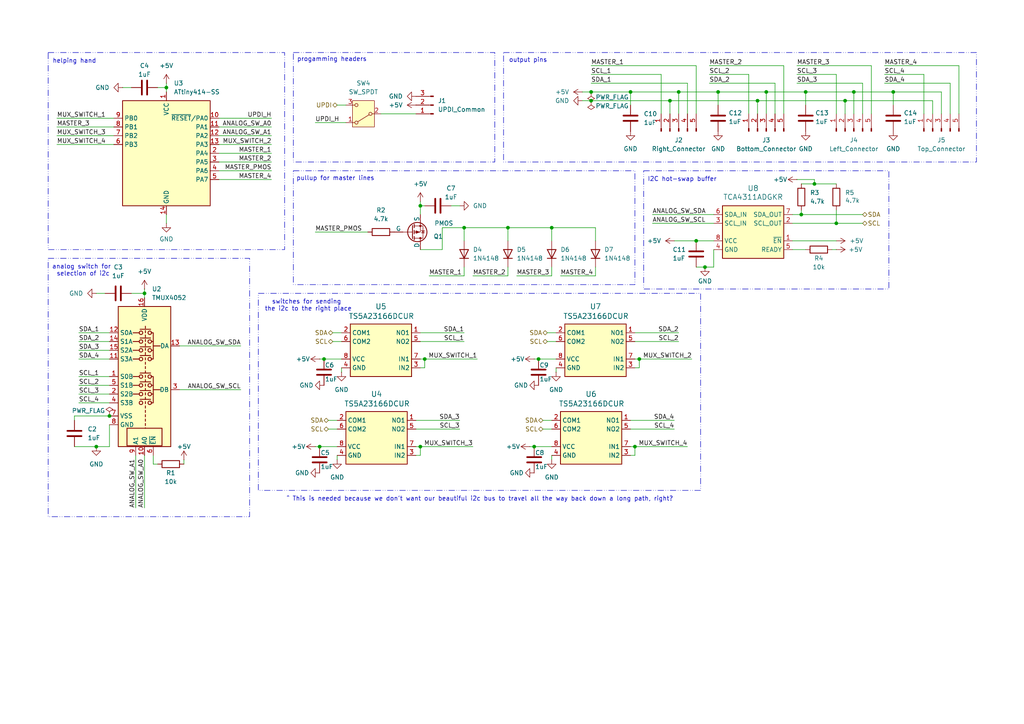
<source format=kicad_sch>
(kicad_sch (version 20250114) (generator "eeschema") (generator_version "9.0")
  (paper "A4")
  (title_block (title "Moonpad Modules") (date "2025-07-05") (rev "1") (company "moonbeeper"))
  (lib_symbols
    (symbol "Connector:Conn_01x03_Pin" (pin_names (offset 1.016) (hide yes))
      (property "Reference" "J" (at 0 5.08 0))
      (property "Value" "Conn_01x03_Pin" (at 0 -5.08 0))
      (symbol "Conn_01x03_Pin_1_1"
        (pin passive line (at 5.08 2.54 180) (length 3.81) (name "Pin_1") (number "1"))
        (pin passive line (at 5.08 0 180) (length 3.81) (name "Pin_2") (number "2"))
        (pin passive line (at 5.08 -2.54 180) (length 3.81) (name "Pin_3") (number "3"))
      )
    )
    (symbol "Connector:Conn_01x05_Pin" (pin_names (offset 1.016) (hide yes))
      (property "Reference" "J" (at 0 7.62 0))
      (property "Value" "Conn_01x05_Pin" (at 0 -7.62 0))
      (symbol "Conn_01x05_Pin_1_1"
        (pin passive line (at 5.08 5.08 180) (length 3.81) (name "Pin_1") (number "1"))
        (pin passive line (at 5.08 2.54 180) (length 3.81) (name "Pin_2") (number "2"))
        (pin passive line (at 5.08 0 180) (length 3.81) (name "Pin_3") (number "3"))
        (pin passive line (at 5.08 -2.54 180) (length 3.81) (name "Pin_4") (number "4"))
        (pin passive line (at 5.08 -5.08 180) (length 3.81) (name "Pin_5") (number "5"))
      )
    )
    (symbol "Device:C" (pin_numbers (hide yes)) (pin_names (offset 0.254))
      (property "Reference" "C" (at 0.635 2.54 0))
      (property "Value" "C" (at 0.635 -2.54 0))
      (symbol "C_1_1"
        (pin passive line (at 0 3.81 270) (length 2.794) (name "~") (number "1"))
        (pin passive line (at 0 -3.81 90) (length 2.794) (name "~") (number "2"))
      )
    )
    (symbol "Device:R" (pin_numbers (hide yes)) (pin_names (offset 0))
      (property "Reference" "R" (at 2.032 0 90))
      (property "Value" "R" (at 0 0 90))
      (symbol "R_1_1"
        (pin passive line (at 0 3.81 270) (length 1.27) (name "~") (number "1"))
        (pin passive line (at 0 -3.81 90) (length 1.27) (name "~") (number "2"))
      )
    )
    (symbol "Diode:1N4148" (pin_numbers (hide yes)) (pin_names (hide yes))
      (property "Reference" "D" (at 0 2.54 0))
      (property "Value" "1N4148" (at 0 -2.54 0))
      (symbol "1N4148_1_1"
        (pin passive line (at -3.81 0 0) (length 2.54) (name "K") (number "1"))
        (pin passive line (at 3.81 0 180) (length 2.54) (name "A") (number "2"))
      )
    )
    (symbol "MCU_Microchip_ATtiny:ATtiny414-SS"
      (property "Reference" "U" (at -12.7 16.51 0))
      (property "Value" "ATtiny414-SS" (at 2.54 -16.51 0))
      (symbol "ATtiny414-SS_1_1"
        (pin bidirectional line (at -15.24 10.16 0) (length 2.54) (name "PB0") (number "9"))
        (pin bidirectional line (at -15.24 7.62 0) (length 2.54) (name "PB1") (number "8"))
        (pin bidirectional line (at -15.24 5.08 0) (length 2.54) (name "PB2") (number "7"))
        (pin bidirectional line (at -15.24 2.54 0) (length 2.54) (name "PB3") (number "6"))
        (pin power_in line (at 0 17.78 270) (length 2.54) (name "VCC") (number "1"))
        (pin power_in line (at 0 -17.78 90) (length 2.54) (name "GND") (number "14"))
        (pin bidirectional line (at 15.24 10.16 180) (length 2.54) (name "~{RESET}/PA0") (number "10"))
        (pin bidirectional line (at 15.24 7.62 180) (length 2.54) (name "PA1") (number "11"))
        (pin bidirectional line (at 15.24 5.08 180) (length 2.54) (name "PA2") (number "12"))
        (pin bidirectional line (at 15.24 2.54 180) (length 2.54) (name "PA3") (number "13"))
        (pin bidirectional line (at 15.24 0 180) (length 2.54) (name "PA4") (number "2"))
        (pin bidirectional line (at 15.24 -2.54 180) (length 2.54) (name "PA5") (number "3"))
        (pin bidirectional line (at 15.24 -5.08 180) (length 2.54) (name "PA6") (number "4"))
        (pin bidirectional line (at 15.24 -7.62 180) (length 2.54) (name "PA7") (number "5"))
      )
    )
    (symbol "Simulation_SPICE:PMOS" (pin_numbers (hide yes)) (pin_names (offset 0))
      (property "Reference" "Q" (at 5.08 1.27 0))
      (property "Value" "PMOS" (at 5.08 -1.27 0))
      (symbol "PMOS_1_1"
        (pin input line (at -5.08 0 0) (length 2.54) (name "G") (number "2"))
        (pin passive line (at 2.54 5.08 270) (length 2.54) (name "D") (number "1"))
        (pin passive line (at 2.54 -5.08 90) (length 2.54) (name "S") (number "3"))
      )
    )
    (symbol "Switch:SW_SPDT" (pin_names (offset 0) (hide yes))
      (property "Reference" "SW" (at 0 5.08 0))
      (property "Value" "SW_SPDT" (at 0 -5.08 0))
      (symbol "SW_SPDT_1_1"
        (pin passive line (at -5.08 0 0) (length 2.54) (name "B") (number "2"))
        (pin passive line (at 5.08 2.54 180) (length 2.54) (name "A") (number "1"))
        (pin passive line (at 5.08 -2.54 180) (length 2.54) (name "C") (number "3"))
      )
    )
    (symbol "kicad_why:TCA4311ADGKR"
      (property "Reference" "U" (at 2.54 20.574 0))
      (property "Value" "TCA4311ADGKR" (at 2.54 17.526 0))
      (symbol "TCA4311ADGKR_1_1"
        (pin bidirectional line (at -11.43 12.7 0) (length 2.54) (name "SDA_IN") (number "6"))
        (pin bidirectional line (at -11.43 10.16 0) (length 2.54) (name "SCL_IN") (number "3"))
        (pin power_in line (at -11.43 5.08 0) (length 2.54) (name "VCC") (number "8"))
        (pin power_in line (at -11.43 2.54 0) (length 2.54) (name "GND") (number "4"))
        (pin bidirectional line (at 11.43 12.7 180) (length 2.54) (name "SDA_OUT") (number "7"))
        (pin bidirectional line (at 11.43 10.16 180) (length 2.54) (name "SCL_OUT") (number "2"))
        (pin input line (at 11.43 5.08 180) (length 2.54) (name "~{EN}") (number "1"))
        (pin input line (at 11.43 2.54 180) (length 2.54) (name "READY") (number "5"))
      )
    )
    (symbol "kicad_why:TMUX4052"
      (property "Reference" "U" (at 1.778 25.527 0))
      (property "Value" "TMUX4052" (at 1.778 23.622 0))
      (symbol "TMUX4052_1_1"
        (pin bidirectional line (at -10.16 13.97 0) (length 2.54) (name "S0A") (number "12"))
        (pin bidirectional line (at -10.16 11.43 0) (length 2.54) (name "S1A") (number "14"))
        (pin bidirectional line (at -10.16 8.89 0) (length 2.54) (name "S2A") (number "15"))
        (pin bidirectional line (at -10.16 6.35 0) (length 2.54) (name "S3A") (number "11"))
        (pin bidirectional line (at -10.16 1.27 0) (length 2.54) (name "S0B") (number "1"))
        (pin bidirectional line (at -10.16 -1.27 0) (length 2.54) (name "S1B") (number "5"))
        (pin bidirectional line (at -10.16 -3.81 0) (length 2.54) (name "S2B") (number "2"))
        (pin bidirectional line (at -10.16 -6.35 0) (length 2.54) (name "S3B") (number "4"))
        (pin power_in line (at -10.16 -10.16 0) (length 2.54) (name "VSS") (number "7"))
        (pin power_in line (at -10.16 -12.7 0) (length 2.54) (name "GND") (number "8"))
        (pin input line (at -2.54 -21.59 90) (length 2.54) (name "A1") (number "9"))
        (pin power_in line (at 0 24.13 270) (length 2.54) (name "VDD") (number "16"))
        (pin bidirectional line (at 0 -21.59 90) (length 2.54) (name "A0") (number "10"))
        (pin input line (at 2.54 -21.59 90) (length 2.54) (name "~{EN}") (number "6"))
        (pin bidirectional line (at 10.16 10.16 180) (length 2.54) (name "DA") (number "13"))
        (pin bidirectional line (at 10.16 -2.54 180) (length 2.54) (name "DB") (number "3"))
      )
    )
    (symbol "kicad_why:TS5A23166DCUR"
      (property "Reference" "U" (at 2.54 20.574 0))
      (property "Value" "TS5A23166DCUR" (at 2.54 17.526 0))
      (symbol "TS5A23166DCUR_1_1"
        (pin bidirectional line (at -11.43 12.7 0) (length 2.54) (name "COM1") (number "2"))
        (pin bidirectional line (at -11.43 10.16 0) (length 2.54) (name "COM2") (number "6"))
        (pin power_in line (at -11.43 5.08 0) (length 2.54) (name "VCC") (number "8"))
        (pin power_in line (at -11.43 2.54 0) (length 2.54) (name "GND") (number "4"))
        (pin bidirectional line (at 11.43 12.7 180) (length 2.54) (name "NO1") (number "1"))
        (pin bidirectional line (at 11.43 10.16 180) (length 2.54) (name "NO2") (number "5"))
        (pin input line (at 11.43 5.08 180) (length 2.54) (name "IN1") (number "7"))
        (pin input line (at 11.43 2.54 180) (length 2.54) (name "IN2") (number "3"))
      )
    )
    (symbol "power:+5V" (power) (pin_numbers (hide yes)) (pin_names (offset 0) (hide yes))
      (property "Value" "+5V" (at 0 3.556 0))
      (symbol "+5V_1_1"
        (pin power_in line (at 0 0 90) (length 0) (name "~") (number "1"))
      )
    )
    (symbol "power:GND" (power) (pin_numbers (hide yes)) (pin_names (offset 0) (hide yes))
      (property "Value" "GND" (at 0 -3.81 0))
      (symbol "GND_1_1"
        (pin power_in line (at 0 0 270) (length 0) (name "~") (number "1"))
      )
    )
    (symbol "power:PWR_FLAG" (power) (pin_numbers (hide yes)) (pin_names (offset 0) (hide yes))
      (property "Value" "PWR_FLAG" (at 0 3.81 0))
      (symbol "PWR_FLAG_0_0"
        (pin power_out line (at 0 0 90) (length 0) (name "~") (number "1"))
      )
    )
  )
  (rectangle (start 186.69 49.53) (end 257.81 83.82) (stroke (width 0) (type dash_dot_dot)))
  (rectangle (start 85.09 49.53) (end 184.15 82.55) (stroke (width 0) (type dash_dot_dot)))
  (rectangle (start 13.97 74.93) (end 72.39 149.86) (stroke (width 0) (type dash_dot_dot)))
  (rectangle (start 13.97 15.24) (end 82.55 72.39) (stroke (width 0) (type dash_dot_dot)))
  (rectangle (start 74.93 85.09) (end 203.2 142.24) (stroke (width 0) (type dash_dot_dot)))
  (rectangle (start 146.05 15.24) (end 283.21 46.99) (stroke (width 0) (type dash_dot_dot)))
  (rectangle (start 85.09 15.24) (end 143.51 46.99) (stroke (width 0) (type dash_dot_dot)))
  (text "helping hand" (at 21.59 17.78 0) (effects (font (size 1.27 1.27))))
  (text "progamming headers" (at 96.266 17.272 0) (effects (font (size 1.27 1.27))))
  (text "I2C hot-swap buffer" (at 197.866 52.07 0) (effects (font (size 1.27 1.27))))
  (text "pullup for master lines" (at 97.282 51.816 0) (effects (font (size 1.27 1.27))))
  (text "output pins\n" (at 153.162 17.526 0) (effects (font (size 1.27 1.27))))
  (text "switches for sending \nthe i2c to the right place" (at 89.408 88.646 0) (effects (font (size 1.27 1.27))))
  (text "^ This is needed because we don't want our beautiful i2c bus to travel all the way back down a long path, right?" (at 139.192 144.78 0) (effects (font (size 1.27 1.27))))
  (text "analog switch for \nselection of i2c" (at 24.13 78.486 0) (effects (font (size 1.27 1.27))))
  (junction (at 194.31 29.21))
  (junction (at 245.11 29.21))
  (junction (at 160.02 66.04))
  (junction (at 171.45 26.67))
  (junction (at 201.93 69.85))
  (junction (at 27.94 129.54))
  (junction (at 185.42 104.14))
  (junction (at 92.71 129.54))
  (junction (at 147.32 66.04))
  (junction (at 232.41 62.23))
  (junction (at 171.45 29.21))
  (junction (at 247.65 26.67))
  (junction (at 121.92 59.69))
  (junction (at 184.15 129.54))
  (junction (at 219.71 29.21))
  (junction (at 123.19 104.14))
  (junction (at 93.98 104.14))
  (junction (at 41.91 85.09))
  (junction (at 182.88 26.67))
  (junction (at 204.47 77.47))
  (junction (at 156.21 104.14))
  (junction (at 31.75 120.65))
  (junction (at 121.92 129.54))
  (junction (at 259.08 26.67))
  (junction (at 154.94 129.54))
  (junction (at 233.68 26.67))
  (junction (at 222.25 26.67))
  (junction (at 208.28 26.67))
  (junction (at 242.57 64.77))
  (junction (at 134.62 66.04))
  (junction (at 196.85 26.67))
  (junction (at 236.22 53.34))
  (junction (at 48.26 25.4))
  (wire (pts (xy 232.41 53.34) (xy 236.22 53.34)))
  (wire (pts (xy 222.25 26.67) (xy 233.68 26.67)))
  (wire (pts (xy 21.59 120.65) (xy 21.59 121.92)))
  (wire (pts (xy 78.74 41.91) (xy 63.5 41.91)))
  (wire (pts (xy 196.85 26.67) (xy 196.85 33.02)))
  (wire (pts (xy 201.93 69.85) (xy 207.01 69.85)))
  (wire (pts (xy 259.08 26.67) (xy 259.08 30.48)))
  (wire (pts (xy 171.45 19.05) (xy 201.93 19.05)))
  (wire (pts (xy 48.26 25.4) (xy 48.26 26.67)))
  (wire (pts (xy 91.44 67.31) (xy 106.68 67.31)))
  (wire (pts (xy 196.85 99.06) (xy 184.15 99.06)))
  (wire (pts (xy 233.68 26.67) (xy 247.65 26.67)))
  (wire (pts (xy 160.02 133.35) (xy 160.02 132.08)))
  (wire (pts (xy 128.27 66.04) (xy 134.62 66.04)))
  (wire (pts (xy 172.72 66.04) (xy 160.02 66.04)))
  (wire (pts (xy 123.19 104.14) (xy 121.92 104.14)))
  (wire (pts (xy 194.31 29.21) (xy 194.31 33.02)))
  (wire (pts (xy 227.33 19.05) (xy 227.33 33.02)))
  (wire (pts (xy 195.58 124.46) (xy 182.88 124.46)))
  (wire (pts (xy 44.45 134.62) (xy 44.45 132.08)))
  (wire (pts (xy 182.88 132.08) (xy 184.15 132.08)))
  (wire (pts (xy 256.54 21.59) (xy 267.97 21.59)))
  (wire (pts (xy 45.72 25.4) (xy 48.26 25.4)))
  (wire (pts (xy 195.58 69.85) (xy 201.93 69.85)))
  (wire (pts (xy 184.15 106.68) (xy 185.42 106.68)))
  (wire (pts (xy 16.51 34.29) (xy 33.02 34.29)))
  (wire (pts (xy 242.57 64.77) (xy 229.87 64.77)))
  (wire (pts (xy 92.71 129.54) (xy 97.79 129.54)))
  (wire (pts (xy 217.17 21.59) (xy 217.17 33.02)))
  (wire (pts (xy 91.44 35.56) (xy 100.33 35.56)))
  (wire (pts (xy 93.98 104.14) (xy 99.06 104.14)))
  (wire (pts (xy 121.92 106.68) (xy 123.19 106.68)))
  (wire (pts (xy 63.5 44.45) (xy 78.74 44.45)))
  (wire (pts (xy 138.43 104.14) (xy 123.19 104.14)))
  (wire (pts (xy 133.35 59.69) (xy 130.81 59.69)))
  (wire (pts (xy 245.11 29.21) (xy 245.11 33.02)))
  (wire (pts (xy 161.29 107.95) (xy 161.29 106.68)))
  (wire (pts (xy 78.74 34.29) (xy 63.5 34.29)))
  (wire (pts (xy 171.45 26.67) (xy 182.88 26.67)))
  (wire (pts (xy 95.25 124.46) (xy 97.79 124.46)))
  (wire (pts (xy 156.21 104.14) (xy 161.29 104.14)))
  (wire (pts (xy 229.87 69.85) (xy 242.57 69.85)))
  (wire (pts (xy 158.75 96.52) (xy 161.29 96.52)))
  (wire (pts (xy 205.74 21.59) (xy 217.17 21.59)))
  (wire (pts (xy 233.68 26.67) (xy 233.68 30.48)))
  (wire (pts (xy 110.49 33.02) (xy 120.65 33.02)))
  (wire (pts (xy 195.58 121.92) (xy 182.88 121.92)))
  (wire (pts (xy 242.57 64.77) (xy 250.19 64.77)))
  (wire (pts (xy 259.08 26.67) (xy 273.05 26.67)))
  (wire (pts (xy 231.14 21.59) (xy 242.57 21.59)))
  (wire (pts (xy 78.74 36.83) (xy 63.5 36.83)))
  (wire (pts (xy 204.47 77.47) (xy 207.01 77.47)))
  (wire (pts (xy 158.75 99.06) (xy 161.29 99.06)))
  (wire (pts (xy 219.71 29.21) (xy 245.11 29.21)))
  (wire (pts (xy 200.66 104.14) (xy 185.42 104.14)))
  (wire (pts (xy 22.86 96.52) (xy 31.75 96.52)))
  (wire (pts (xy 44.45 134.62) (xy 45.72 134.62)))
  (wire (pts (xy 27.94 129.54) (xy 31.75 129.54)))
  (wire (pts (xy 189.23 62.23) (xy 207.01 62.23)))
  (wire (pts (xy 16.51 39.37) (xy 33.02 39.37)))
  (wire (pts (xy 231.14 19.05) (xy 252.73 19.05)))
  (wire (pts (xy 256.54 24.13) (xy 275.59 24.13)))
  (wire (pts (xy 123.19 59.69) (xy 121.92 59.69)))
  (wire (pts (xy 236.22 52.07) (xy 236.22 53.34)))
  (wire (pts (xy 78.74 39.37) (xy 63.5 39.37)))
  (wire (pts (xy 196.85 96.52) (xy 184.15 96.52)))
  (wire (pts (xy 21.59 129.54) (xy 27.94 129.54)))
  (wire (pts (xy 124.46 80.01) (xy 134.62 80.01)))
  (wire (pts (xy 121.92 59.69) (xy 121.92 58.42)))
  (wire (pts (xy 35.56 25.4) (xy 38.1 25.4)))
  (wire (pts (xy 171.45 24.13) (xy 199.39 24.13)))
  (wire (pts (xy 97.79 133.35) (xy 97.79 132.08)))
  (wire (pts (xy 172.72 77.47) (xy 172.72 80.01)))
  (wire (pts (xy 168.91 29.21) (xy 171.45 29.21)))
  (wire (pts (xy 147.32 77.47) (xy 147.32 80.01)))
  (wire (pts (xy 96.52 96.52) (xy 99.06 96.52)))
  (wire (pts (xy 247.65 26.67) (xy 247.65 33.02)))
  (wire (pts (xy 133.35 124.46) (xy 120.65 124.46)))
  (wire (pts (xy 39.37 147.32) (xy 39.37 132.08)))
  (wire (pts (xy 31.75 129.54) (xy 31.75 123.19)))
  (wire (pts (xy 208.28 26.67) (xy 222.25 26.67)))
  (wire (pts (xy 205.74 19.05) (xy 227.33 19.05)))
  (wire (pts (xy 133.35 121.92) (xy 120.65 121.92)))
  (wire (pts (xy 208.28 26.67) (xy 208.28 30.48)))
  (wire (pts (xy 121.92 59.69) (xy 121.92 62.23)))
  (wire (pts (xy 275.59 24.13) (xy 275.59 33.02)))
  (wire (pts (xy 121.92 132.08) (xy 121.92 129.54)))
  (wire (pts (xy 201.93 77.47) (xy 204.47 77.47)))
  (wire (pts (xy 154.94 129.54) (xy 160.02 129.54)))
  (wire (pts (xy 273.05 26.67) (xy 273.05 33.02)))
  (wire (pts (xy 96.52 99.06) (xy 99.06 99.06)))
  (wire (pts (xy 242.57 72.39) (xy 241.3 72.39)))
  (wire (pts (xy 168.91 26.67) (xy 171.45 26.67)))
  (wire (pts (xy 270.51 29.21) (xy 270.51 33.02)))
  (wire (pts (xy 185.42 104.14) (xy 184.15 104.14)))
  (wire (pts (xy 48.26 24.13) (xy 48.26 25.4)))
  (wire (pts (xy 232.41 62.23) (xy 229.87 62.23)))
  (wire (pts (xy 99.06 107.95) (xy 99.06 106.68)))
  (wire (pts (xy 184.15 129.54) (xy 182.88 129.54)))
  (wire (pts (xy 224.79 24.13) (xy 224.79 33.02)))
  (wire (pts (xy 95.25 121.92) (xy 97.79 121.92)))
  (wire (pts (xy 69.85 100.33) (xy 52.07 100.33)))
  (wire (pts (xy 160.02 69.85) (xy 160.02 66.04)))
  (wire (pts (xy 194.31 29.21) (xy 219.71 29.21)))
  (wire (pts (xy 27.94 85.09) (xy 30.48 85.09)))
  (wire (pts (xy 22.86 111.76) (xy 31.75 111.76)))
  (wire (pts (xy 196.85 26.67) (xy 208.28 26.67)))
  (wire (pts (xy 278.13 19.05) (xy 278.13 33.02)))
  (wire (pts (xy 231.14 52.07) (xy 236.22 52.07)))
  (wire (pts (xy 242.57 21.59) (xy 242.57 33.02)))
  (wire (pts (xy 147.32 66.04) (xy 160.02 66.04)))
  (wire (pts (xy 157.48 121.92) (xy 160.02 121.92)))
  (wire (pts (xy 78.74 52.07) (xy 63.5 52.07)))
  (wire (pts (xy 231.14 24.13) (xy 250.19 24.13)))
  (wire (pts (xy 22.86 109.22) (xy 31.75 109.22)))
  (wire (pts (xy 267.97 21.59) (xy 267.97 33.02)))
  (wire (pts (xy 154.94 104.14) (xy 156.21 104.14)))
  (wire (pts (xy 128.27 66.04) (xy 128.27 72.39)))
  (wire (pts (xy 199.39 129.54) (xy 184.15 129.54)))
  (wire (pts (xy 92.71 104.14) (xy 93.98 104.14)))
  (wire (pts (xy 222.25 26.67) (xy 222.25 33.02)))
  (wire (pts (xy 219.71 29.21) (xy 219.71 33.02)))
  (wire (pts (xy 120.65 132.08) (xy 121.92 132.08)))
  (wire (pts (xy 134.62 77.47) (xy 134.62 80.01)))
  (wire (pts (xy 147.32 69.85) (xy 147.32 66.04)))
  (wire (pts (xy 171.45 29.21) (xy 194.31 29.21)))
  (wire (pts (xy 33.02 36.83) (xy 16.51 36.83)))
  (wire (pts (xy 22.86 116.84) (xy 31.75 116.84)))
  (wire (pts (xy 189.23 64.77) (xy 207.01 64.77)))
  (wire (pts (xy 48.26 64.77) (xy 48.26 62.23)))
  (wire (pts (xy 184.15 132.08) (xy 184.15 129.54)))
  (wire (pts (xy 22.86 104.14) (xy 31.75 104.14)))
  (wire (pts (xy 242.57 60.96) (xy 242.57 64.77)))
  (wire (pts (xy 201.93 19.05) (xy 201.93 33.02)))
  (wire (pts (xy 199.39 24.13) (xy 199.39 33.02)))
  (wire (pts (xy 137.16 80.01) (xy 147.32 80.01)))
  (wire (pts (xy 31.75 120.65) (xy 21.59 120.65)))
  (wire (pts (xy 149.86 80.01) (xy 160.02 80.01)))
  (wire (pts (xy 252.73 19.05) (xy 252.73 33.02)))
  (wire (pts (xy 137.16 129.54) (xy 121.92 129.54)))
  (wire (pts (xy 247.65 26.67) (xy 259.08 26.67)))
  (wire (pts (xy 207.01 77.47) (xy 207.01 72.39)))
  (wire (pts (xy 182.88 26.67) (xy 196.85 26.67)))
  (wire (pts (xy 182.88 26.67) (xy 182.88 30.48)))
  (wire (pts (xy 41.91 147.32) (xy 41.91 132.08)))
  (wire (pts (xy 191.77 21.59) (xy 191.77 33.02)))
  (wire (pts (xy 171.45 21.59) (xy 191.77 21.59)))
  (wire (pts (xy 91.44 129.54) (xy 92.71 129.54)))
  (wire (pts (xy 22.86 101.6) (xy 31.75 101.6)))
  (wire (pts (xy 232.41 60.96) (xy 232.41 62.23)))
  (wire (pts (xy 250.19 24.13) (xy 250.19 33.02)))
  (wire (pts (xy 232.41 62.23) (xy 250.19 62.23)))
  (wire (pts (xy 153.67 129.54) (xy 154.94 129.54)))
  (wire (pts (xy 22.86 99.06) (xy 31.75 99.06)))
  (wire (pts (xy 123.19 106.68) (xy 123.19 104.14)))
  (wire (pts (xy 245.11 29.21) (xy 270.51 29.21)))
  (wire (pts (xy 134.62 66.04) (xy 147.32 66.04)))
  (wire (pts (xy 185.42 106.68) (xy 185.42 104.14)))
  (wire (pts (xy 128.27 72.39) (xy 121.92 72.39)))
  (wire (pts (xy 172.72 69.85) (xy 172.72 66.04)))
  (wire (pts (xy 160.02 77.47) (xy 160.02 80.01)))
  (wire (pts (xy 162.56 80.01) (xy 172.72 80.01)))
  (wire (pts (xy 53.34 133.35) (xy 53.34 134.62)))
  (wire (pts (xy 256.54 19.05) (xy 278.13 19.05)))
  (wire (pts (xy 41.91 83.82) (xy 41.91 85.09)))
  (wire (pts (xy 22.86 114.3) (xy 31.75 114.3)))
  (wire (pts (xy 205.74 24.13) (xy 224.79 24.13)))
  (wire (pts (xy 69.85 113.03) (xy 52.07 113.03)))
  (wire (pts (xy 157.48 124.46) (xy 160.02 124.46)))
  (wire (pts (xy 236.22 53.34) (xy 242.57 53.34)))
  (wire (pts (xy 134.62 96.52) (xy 121.92 96.52)))
  (wire (pts (xy 16.51 41.91) (xy 33.02 41.91)))
  (wire (pts (xy 121.92 129.54) (xy 120.65 129.54)))
  (wire (pts (xy 38.1 85.09) (xy 41.91 85.09)))
  (wire (pts (xy 97.79 30.48) (xy 100.33 30.48)))
  (wire (pts (xy 78.74 49.53) (xy 63.5 49.53)))
  (wire (pts (xy 134.62 99.06) (xy 121.92 99.06)))
  (wire (pts (xy 134.62 69.85) (xy 134.62 66.04)))
  (wire (pts (xy 233.68 72.39) (xy 229.87 72.39)))
  (wire (pts (xy 41.91 85.09) (xy 41.91 86.36)))
  (wire (pts (xy 63.5 46.99) (xy 78.74 46.99)))
  (label "ANALOG_SW_A0" (at 78.74 36.83 180))
  (label "MASTER_3" (at 231.14 19.05 0))
  (label "MASTER_2" (at 205.74 19.05 0))
  (label "SCL_4" (at 22.86 116.84 0))
  (label "SCL_2" (at 196.85 99.06 180))
  (label "SDA_1" (at 171.45 24.13 0))
  (label "SCL_1" (at 134.62 99.06 180))
  (label "MASTER_3" (at 149.86 80.01 0))
  (label "SDA_3" (at 231.14 24.13 0))
  (label "SCL_3" (at 133.35 124.46 180))
  (label "MUX_SWITCH_1" (at 138.43 104.14 180))
  (label "MASTER_4" (at 162.56 80.01 0))
  (label "UPDI_H" (at 78.74 34.29 180))
  (label "SCL_1" (at 22.86 109.22 0))
  (label "ANALOG_SW_A1" (at 39.37 147.32 90))
  (label "SDA_4" (at 256.54 24.13 0))
  (label "MUX_SWITCH_3" (at 16.51 39.37 0))
  (label "MASTER_2" (at 78.74 46.99 180))
  (label "SDA_3" (at 133.35 121.92 180))
  (label "SDA_4" (at 195.58 121.92 180))
  (label "MASTER_4" (at 78.74 52.07 180))
  (label "MUX_SWITCH_2" (at 200.66 104.14 180))
  (label "MUX_SWITCH_2" (at 78.74 41.91 180))
  (label "SDA_4" (at 22.86 104.14 0))
  (label "SCL_2" (at 205.74 21.59 0))
  (label "ANALOG_SW_SDA" (at 69.85 100.33 180))
  (label "SDA_1" (at 22.86 96.52 0))
  (label "SDA_2" (at 196.85 96.52 180))
  (label "UPDI_H" (at 91.44 35.56 0))
  (label "SDA_3" (at 22.86 101.6 0))
  (label "MUX_SWITCH_4" (at 16.51 41.91 0))
  (label "SCL_2" (at 22.86 111.76 0))
  (label "SDA_1" (at 134.62 96.52 180))
  (label "SCL_4" (at 195.58 124.46 180))
  (label "SCL_3" (at 22.86 114.3 0))
  (label "SCL_1" (at 171.45 21.59 0))
  (label "SCL_3" (at 231.14 21.59 0))
  (label "ANALOG_SW_SCL" (at 69.85 113.03 180))
  (label "MASTER_1" (at 171.45 19.05 0))
  (label "SDA_2" (at 22.86 99.06 0))
  (label "MASTER_1" (at 78.74 44.45 180))
  (label "MASTER_3" (at 16.51 36.83 0))
  (label "SDA_2" (at 205.74 24.13 0))
  (label "MUX_SWITCH_4" (at 199.39 129.54 180))
  (label "MASTER_PMOS" (at 78.74 49.53 180))
  (label "MASTER_2" (at 137.16 80.01 0))
  (label "ANALOG_SW_SDA" (at 189.23 62.23 0))
  (label "MASTER_PMOS" (at 91.44 67.31 0))
  (label "MUX_SWITCH_1" (at 16.51 34.29 0))
  (label "ANALOG_SW_A0" (at 41.91 147.32 90))
  (label "ANALOG_SW_SCL" (at 189.23 64.77 0))
  (label "MASTER_4" (at 256.54 19.05 0))
  (label "MUX_SWITCH_3" (at 137.16 129.54 180))
  (label "MASTER_1" (at 124.46 80.01 0))
  (label "ANALOG_SW_A1" (at 78.74 39.37 180))
  (label "SCL_4" (at 256.54 21.59 0))
  (hierarchical_label "SDA" (shape bidirectional) (at 157.48 121.92 180))
  (hierarchical_label "UPDI" (shape bidirectional) (at 97.79 30.48 180))
  (hierarchical_label "SDA" (shape bidirectional) (at 158.75 96.52 180))
  (hierarchical_label "SCL" (shape bidirectional) (at 158.75 99.06 180))
  (hierarchical_label "SCL" (shape bidirectional) (at 157.48 124.46 180))
  (hierarchical_label "SCL" (shape bidirectional) (at 250.19 64.77 0))
  (hierarchical_label "SDA" (shape bidirectional) (at 95.25 121.92 180))
  (hierarchical_label "SDA" (shape bidirectional) (at 250.19 62.23 0))
  (hierarchical_label "SCL" (shape bidirectional) (at 96.52 99.06 180))
  (hierarchical_label "SDA" (shape bidirectional) (at 96.52 96.52 180))
  (hierarchical_label "SCL" (shape bidirectional) (at 95.25 124.46 180))
  (symbol (lib_id "power:+5V") (at 121.92 58.42 0) (unit 1)
    (property "Reference" "#PWR022" (effects (hide yes)))
    (property "Value" "+5V" (at 121.92 53.34 0))
    (property "Description" "Power symbol creates a global label with name \"+5V\"" (effects (hide yes)))
  )
  (symbol (lib_id "Device:R") (at 237.49 72.39 90) (unit 1)
    (property "Reference" "R4" (at 237.49 74.93 90))
    (property "Value" "10k" (at 237.49 77.47 90))
    (property "Footprint" "Resistor_SMD:R_0805_2012Metric_Pad1.20x1.40mm_HandSolder" (effects (hide yes)))
    (property "Description" "Resistor" (effects (hide yes)))
    (property "LCSC" "C17414" (effects (hide yes)))
  )
  (symbol (lib_id "power:+5V") (at 168.91 26.67 90) (unit 1)
    (property "Reference" "#PWR030" (effects (hide yes)))
    (property "Value" "+5V" (at 165.1 26.6699 90) (effects (justify left)))
    (property "Description" "Power symbol creates a global label with name \"+5V\"" (effects (hide yes)))
  )
  (symbol (lib_id "Device:C") (at 201.93 73.66 0) (unit 1)
    (property "Reference" "C11" (at 195.072 72.39 0) (effects (justify left)))
    (property "Value" "1uF" (at 195.072 74.93 0) (effects (justify left)))
    (property "Footprint" "Capacitor_SMD:C_0805_2012Metric_Pad1.18x1.45mm_HandSolder" (effects (hide yes)))
    (property "Description" "Unpolarized capacitor" (effects (hide yes)))
    (property "LCSC" "C116352" (effects (hide yes)))
  )
  (symbol (lib_id "Device:C") (at 259.08 34.29 0) (unit 1)
    (property "Reference" "C14" (at 262.128 32.766 0) (effects (justify left)))
    (property "Value" "1uF" (at 262.128 35.306 0) (effects (justify left)))
    (property "Footprint" "Capacitor_SMD:C_0805_2012Metric_Pad1.18x1.45mm_HandSolder" (effects (hide yes)))
    (property "Description" "Unpolarized capacitor" (effects (hide yes)))
    (property "LCSC" "C116352" (effects (hide yes)))
  )
  (symbol (lib_id "power:+5V") (at 92.71 104.14 90) (unit 1)
    (property "Reference" "#PWR015" (effects (hide yes)))
    (property "Value" "+5V" (at 89.916 104.14 90) (effects (justify left)))
    (property "Description" "Power symbol creates a global label with name \"+5V\"" (effects (hide yes)))
  )
  (symbol (lib_id "Device:C") (at 92.71 133.35 180) (unit 1)
    (property "Reference" "C5" (at 92.964 131.318 0) (effects (justify right)))
    (property "Value" "1uF" (at 92.964 135.382 0) (effects (justify right)))
    (property "Footprint" "Capacitor_SMD:C_0805_2012Metric_Pad1.18x1.45mm_HandSolder" (effects (hide yes)))
    (property "Description" "Unpolarized capacitor" (effects (hide yes)))
    (property "LCSC" "C116352" (effects (hide yes)))
  )
  (symbol (lib_id "power:GND") (at 97.79 133.35 0) (unit 1)
    (property "Reference" "#PWR018" (effects (hide yes)))
    (property "Value" "GND" (at 97.79 138.43 0))
    (property "Description" "Power symbol creates a global label with name \"GND\" , ground" (effects (hide yes)))
  )
  (symbol (lib_id "Device:C") (at 41.91 25.4 90) (unit 1)
    (property "Reference" "C4" (at 41.91 19.05 90))
    (property "Value" "1uF" (at 41.91 21.59 90))
    (property "Footprint" "Capacitor_SMD:C_0805_2012Metric_Pad1.18x1.45mm_HandSolder" (effects (hide yes)))
    (property "Description" "Unpolarized capacitor" (effects (hide yes)))
    (property "LCSC" "C116352" (effects (hide yes)))
  )
  (symbol (lib_id "power:+5V") (at 242.57 69.85 270) (unit 1)
    (property "Reference" "#PWR038" (effects (hide yes)))
    (property "Value" "+5V" (at 246.38 69.8499 90) (effects (justify left)))
    (property "Description" "Power symbol creates a global label with name \"+5V\"" (effects (hide yes)))
  )
  (symbol (lib_id "Connector:Conn_01x05_Pin") (at 222.25 38.1 90) (unit 1)
    (property "Reference" "J3" (at 222.25 40.64 90))
    (property "Value" "Bottom_Connector" (at 222.25 43.18 90))
    (property "Footprint" "Connector_PinHeader_2.54mm:PinHeader_1x05_P2.54mm_Vertical" (effects (hide yes)))
    (property "Description" "Generic connector, single row, 01x05, script generated" (effects (hide yes)))
  )
  (symbol (lib_id "power:+5V") (at 41.91 83.82 0) (unit 1)
    (property "Reference" "#PWR010" (effects (hide yes)))
    (property "Value" "+5V" (at 41.91 78.74 0))
    (property "Description" "Power symbol creates a global label with name \"+5V\"" (effects (hide yes)))
  )
  (symbol (lib_id "Device:C") (at 156.21 107.95 180) (unit 1)
    (property "Reference" "C9" (at 156.464 105.918 0) (effects (justify right)))
    (property "Value" "1uF" (at 156.464 109.982 0) (effects (justify right)))
    (property "Footprint" "Capacitor_SMD:C_0805_2012Metric_Pad1.18x1.45mm_HandSolder" (effects (hide yes)))
    (property "Description" "Unpolarized capacitor" (effects (hide yes)))
    (property "LCSC" "C116352" (effects (hide yes)))
  )
  (symbol (lib_id "Connector:Conn_01x05_Pin") (at 273.05 38.1 90) (unit 1)
    (property "Reference" "J5" (at 273.05 40.64 90))
    (property "Value" "Top_Connector" (at 273.05 43.18 90))
    (property "Footprint" "Connector_PinHeader_2.54mm:PinHeader_1x05_P2.54mm_Vertical" (effects (hide yes)))
    (property "Description" "Generic connector, single row, 01x05, script generated" (effects (hide yes)))
  )
  (symbol (lib_id "power:GND") (at 92.71 137.16 270) (unit 1)
    (property "Reference" "#PWR016" (effects (hide yes)))
    (property "Value" "GND" (at 89.662 137.16 90) (effects (justify right)))
    (property "Description" "Power symbol creates a global label with name \"GND\" , ground" (effects (hide yes)))
  )
  (symbol (lib_id "Device:C") (at 21.59 125.73 0) (unit 1)
    (property "Reference" "C2" (at 25.4 124.4599 0) (effects (justify left)))
    (property "Value" "1uF" (at 25.4 126.9999 0) (effects (justify left)))
    (property "Footprint" "Capacitor_SMD:C_0805_2012Metric_Pad1.18x1.45mm_HandSolder" (effects (hide yes)))
    (property "Description" "Unpolarized capacitor" (effects (hide yes)))
    (property "LCSC" "C116352" (effects (hide yes)))
  )
  (symbol (lib_id "Simulation_SPICE:PMOS") (at 119.38 67.31 0) (mirror x) (unit 1)
    (property "Reference" "Q1" (at 125.73 68.5801 0) (effects (justify left)))
    (property "Value" "PMOS" (at 125.984 64.77 0) (effects (justify left)))
    (property "Footprint" "kicad_why:SOT-23_Handsoldering" (effects (hide yes)))
    (property "Datasheet" "https://ngspice.sourceforge.io/docs/ngspice-html-manual/manual.xhtml#cha_MOSFETs" (effects (hide yes)))
    (property "Description" "P-MOSFET transistor, drain/source/gate" (effects (hide yes)))
    (property "Sim.Device" "PMOS" (effects (hide yes)))
    (property "Sim.Type" "VDMOS" (effects (hide yes)))
    (property "Sim.Pins" "1=D 2=G 3=S" (effects (hide yes)))
    (property "LCSC" "C15127" (effects (hide yes)))
  )
  (symbol (lib_id "Device:C") (at 127 59.69 270) (unit 1)
    (property "Reference" "C7" (at 130.81 54.61 90))
    (property "Value" "1uF" (at 130.81 57.15 90))
    (property "Footprint" "Capacitor_SMD:C_0805_2012Metric_Pad1.18x1.45mm_HandSolder" (effects (hide yes)))
    (property "Description" "Unpolarized capacitor" (effects (hide yes)))
    (property "LCSC" "C116352" (effects (hide yes)))
  )
  (symbol (lib_id "power:+5V") (at 153.67 129.54 90) (unit 1)
    (property "Reference" "#PWR024" (effects (hide yes)))
    (property "Value" "+5V" (at 150.876 129.54 90) (effects (justify left)))
    (property "Description" "Power symbol creates a global label with name \"+5V\"" (effects (hide yes)))
  )
  (symbol (lib_id "kicad_why:TS5A23166DCUR") (at 172.72 109.22 0) (unit 1)
    (property "Reference" "U7" (at 172.72 88.9 0) (effects (font (size 1.524 1.524))))
    (property "Value" "TS5A23166DCUR" (at 163.322 91.694 0) (effects (font (size 1.524 1.524)) (justify left)))
    (property "Footprint" "Package_SO:VSSOP-8_2.3x2mm_P0.5mm" (effects (hide yes)))
    (property "Datasheet" "https://www.ti.com/lit/ds/symlink/ts5a23166.pdf" (effects (hide yes)))
    (property "Description" "0.9-Ω dual SPST analog switch 5-V, 3.3V 2-channel normally open, VSSOP (8)" (effects (hide yes)))
    (property "LCSC" "C49148" (effects (hide yes)))
  )
  (symbol (lib_id "power:GND") (at 156.21 111.76 270) (unit 1)
    (property "Reference" "#PWR027" (effects (hide yes)))
    (property "Value" "GND" (at 153.162 111.76 90) (effects (justify right)))
    (property "Description" "Power symbol creates a global label with name \"GND\" , ground" (effects (hide yes)))
  )
  (symbol (lib_id "Diode:1N4148") (at 160.02 73.66 90) (unit 1)
    (property "Reference" "D6" (at 162.56 72.3899 90) (effects (justify right)))
    (property "Value" "1N4148" (at 162.56 74.9299 90) (effects (justify right)))
    (property "Footprint" "Diode_SMD:D_MiniMELF_Handsoldering" (effects (hide yes)))
    (property "Datasheet" "https://assets.nexperia.com/documents/data-sheet/1N4148_1N4448.pdf" (effects (hide yes)))
    (property "Description" "100V 0.15A standard switching diode, DO-35" (effects (hide yes)))
    (property "Sim.Device" "D" (effects (hide yes)))
    (property "Sim.Pins" "1=K 2=A" (effects (hide yes)))
    (property "LCSC" "C68883" (effects (hide yes)))
  )
  (symbol (lib_id "power:GND") (at 133.35 59.69 90) (unit 1)
    (property "Reference" "#PWR023" (effects (hide yes)))
    (property "Value" "GND" (at 137.16 59.6899 90) (effects (justify right)))
    (property "Description" "Power symbol creates a global label with name \"GND\" , ground" (effects (hide yes)))
  )
  (symbol (lib_id "Connector:Conn_01x05_Pin") (at 196.85 38.1 90) (unit 1)
    (property "Reference" "J2" (at 196.85 40.64 90))
    (property "Value" "Right_Connector" (at 196.85 43.18 90))
    (property "Footprint" "Connector_PinHeader_2.54mm:PinHeader_1x05_P2.54mm_Vertical" (effects (hide yes)))
    (property "Description" "Generic connector, single row, 01x05, script generated" (effects (hide yes)))
  )
  (symbol (lib_id "power:GND") (at 204.47 77.47 0) (unit 1)
    (property "Reference" "#PWR034" (effects (hide yes)))
    (property "Value" "GND" (at 204.47 81.534 0))
    (property "Description" "Power symbol creates a global label with name \"GND\" , ground" (effects (hide yes)))
  )
  (symbol (lib_id "Device:R") (at 242.57 57.15 0) (unit 1)
    (property "Reference" "R5" (at 245.11 55.8799 0) (effects (justify left)))
    (property "Value" "4.7k" (at 245.11 58.166 0) (effects (justify left)))
    (property "Footprint" "Resistor_SMD:R_0805_2012Metric_Pad1.20x1.40mm_HandSolder" (effects (hide yes)))
    (property "Description" "Resistor" (effects (hide yes)))
    (property "LCSC" "C60816" (effects (hide yes)))
  )
  (symbol (lib_id "power:+5V") (at 154.94 104.14 90) (unit 1)
    (property "Reference" "#PWR025" (effects (hide yes)))
    (property "Value" "+5V" (at 152.146 104.14 90) (effects (justify left)))
    (property "Description" "Power symbol creates a global label with name \"+5V\"" (effects (hide yes)))
  )
  (symbol (lib_id "power:+5V") (at 195.58 69.85 90) (unit 1)
    (property "Reference" "#PWR033" (effects (hide yes)))
    (property "Value" "+5V" (at 191.77 69.8499 90) (effects (justify left)))
    (property "Description" "Power symbol creates a global label with name \"+5V\"" (effects (hide yes)))
  )
  (symbol (lib_id "Device:R") (at 110.49 67.31 270) (unit 1)
    (property "Reference" "R2" (at 110.49 60.96 90))
    (property "Value" "4.7k" (at 110.49 63.5 90))
    (property "Footprint" "Resistor_SMD:R_0805_2012Metric_Pad1.20x1.40mm_HandSolder" (effects (hide yes)))
    (property "Description" "Resistor" (effects (hide yes)))
    (property "LCSC" "C60816" (effects (hide yes)))
  )
  (symbol (lib_id "power:GND") (at 168.91 29.21 270) (unit 1)
    (property "Reference" "#PWR031" (effects (hide yes)))
    (property "Value" "GND" (at 165.1 29.2099 90) (effects (justify right)))
    (property "Description" "Power symbol creates a global label with name \"GND\" , ground" (effects (hide yes)))
  )
  (symbol (lib_id "power:GND") (at 161.29 107.95 0) (unit 1)
    (property "Reference" "#PWR029" (effects (hide yes)))
    (property "Value" "GND" (at 161.29 113.03 0))
    (property "Description" "Power symbol creates a global label with name \"GND\" , ground" (effects (hide yes)))
  )
  (symbol (lib_id "power:GND") (at 208.28 38.1 0) (unit 1)
    (property "Reference" "#PWR035" (effects (hide yes)))
    (property "Value" "GND" (at 208.28 43.18 0))
    (property "Description" "Power symbol creates a global label with name \"GND\" , ground" (effects (hide yes)))
  )
  (symbol (lib_id "power:+5V") (at 53.34 133.35 0) (unit 1)
    (property "Reference" "#PWR013" (effects (hide yes)))
    (property "Value" "+5V" (at 53.34 129.54 0))
    (property "Description" "Power symbol creates a global label with name \"+5V\"" (effects (hide yes)))
  )
  (symbol (lib_id "Diode:1N4148") (at 134.62 73.66 90) (unit 1)
    (property "Reference" "D4" (at 137.16 72.3899 90) (effects (justify right)))
    (property "Value" "1N4148" (at 137.16 74.9299 90) (effects (justify right)))
    (property "Footprint" "Diode_SMD:D_MiniMELF_Handsoldering" (effects (hide yes)))
    (property "Datasheet" "https://assets.nexperia.com/documents/data-sheet/1N4148_1N4448.pdf" (effects (hide yes)))
    (property "Description" "100V 0.15A standard switching diode, DO-35" (effects (hide yes)))
    (property "Sim.Device" "D" (effects (hide yes)))
    (property "Sim.Pins" "1=K 2=A" (effects (hide yes)))
    (property "LCSC" "C68883" (effects (hide yes)))
  )
  (symbol (lib_id "Switch:SW_SPDT") (at 105.41 33.02 180) (unit 1)
    (property "Reference" "SW4" (at 105.41 24.13 0))
    (property "Value" "SW_SPDT" (at 105.41 26.67 0))
    (property "Footprint" "MSS12C02LS:SW-SMD_MSS12C02LS-HB2.0-1" (effects (hide yes)))
    (property "Description" "Switch, single pole double throw" (effects (hide yes)))
    (property "LCSC" "C3008584" (effects (hide yes)))
  )
  (symbol (lib_id "power:GND") (at 35.56 25.4 270) (unit 1)
    (property "Reference" "#PWR09" (effects (hide yes)))
    (property "Value" "GND" (at 31.75 25.3999 90) (effects (justify right)))
    (property "Description" "Power symbol creates a global label with name \"GND\" , ground" (effects (hide yes)))
  )
  (symbol (lib_id "power:GND") (at 27.94 129.54 0) (unit 1)
    (property "Reference" "#PWR08" (effects (hide yes)))
    (property "Value" "GND" (at 27.94 134.62 0))
    (property "Description" "Power symbol creates a global label with name \"GND\" , ground" (effects (hide yes)))
  )
  (symbol (lib_id "power:GND") (at 182.88 38.1 0) (unit 1)
    (property "Reference" "#PWR032" (effects (hide yes)))
    (property "Value" "GND" (at 182.88 43.18 0))
    (property "Description" "Power symbol creates a global label with name \"GND\" , ground" (effects (hide yes)))
  )
  (symbol (lib_id "power:+5V") (at 120.65 30.48 90) (unit 1)
    (property "Reference" "#PWR021" (effects (hide yes)))
    (property "Value" "+5V" (at 116.84 30.4799 90) (effects (justify left)))
    (property "Description" "Power symbol creates a global label with name \"+5V\"" (effects (hide yes)))
  )
  (symbol (lib_id "power:GND") (at 99.06 107.95 0) (unit 1)
    (property "Reference" "#PWR019" (effects (hide yes)))
    (property "Value" "GND" (at 99.06 113.03 0))
    (property "Description" "Power symbol creates a global label with name \"GND\" , ground" (effects (hide yes)))
  )
  (symbol (lib_id "Device:C") (at 208.28 34.29 0) (unit 1)
    (property "Reference" "C12" (at 211.328 32.766 0) (effects (justify left)))
    (property "Value" "1uF" (at 211.328 35.306 0) (effects (justify left)))
    (property "Footprint" "Capacitor_SMD:C_0805_2012Metric_Pad1.18x1.45mm_HandSolder" (effects (hide yes)))
    (property "Description" "Unpolarized capacitor" (effects (hide yes)))
    (property "LCSC" "C116352" (effects (hide yes)))
  )
  (symbol (lib_id "Device:C") (at 34.29 85.09 90) (unit 1)
    (property "Reference" "C3" (at 34.29 77.47 90))
    (property "Value" "1uF" (at 34.29 80.01 90))
    (property "Footprint" "Capacitor_SMD:C_0805_2012Metric_Pad1.18x1.45mm_HandSolder" (effects (hide yes)))
    (property "Description" "Unpolarized capacitor" (effects (hide yes)))
    (property "LCSC" "C116352" (effects (hide yes)))
  )
  (symbol (lib_id "Diode:1N4148") (at 172.72 73.66 90) (unit 1)
    (property "Reference" "D7" (at 175.26 72.3899 90) (effects (justify right)))
    (property "Value" "1N4148" (at 175.26 74.9299 90) (effects (justify right)))
    (property "Footprint" "Diode_SMD:D_MiniMELF_Handsoldering" (effects (hide yes)))
    (property "Datasheet" "https://assets.nexperia.com/documents/data-sheet/1N4148_1N4448.pdf" (effects (hide yes)))
    (property "Description" "100V 0.15A standard switching diode, DO-35" (effects (hide yes)))
    (property "Sim.Device" "D" (effects (hide yes)))
    (property "Sim.Pins" "1=K 2=A" (effects (hide yes)))
    (property "LCSC" "C68883" (effects (hide yes)))
  )
  (symbol (lib_id "kicad_why:TMUX4052") (at 41.91 110.49 0) (unit 1)
    (property "Reference" "U2" (at 44.0533 83.82 0) (effects (justify left)))
    (property "Value" "TMUX4052" (at 44.0533 86.36 0) (effects (justify left)))
    (property "Footprint" "Package_SO:TSSOP-16_4.4x5mm_P0.65mm" (effects (hide yes)))
    (property "Datasheet" "https://www.ti.com/lit/ds/symlink/tmux4052.pdf" (effects (hide yes)))
    (property "Description" "TMUX4052 24V, 4:1, 2-Channel with 1.8V Logic, TSSOP-16" (effects (hide yes)))
    (property "LCSC" "C7362466" (effects (hide yes)))
  )
  (symbol (lib_id "power:+5V") (at 91.44 129.54 90) (unit 1)
    (property "Reference" "#PWR014" (effects (hide yes)))
    (property "Value" "+5V" (at 88.646 129.54 90) (effects (justify left)))
    (property "Description" "Power symbol creates a global label with name \"+5V\"" (effects (hide yes)))
  )
  (symbol (lib_id "power:PWR_FLAG") (at 31.75 120.65 0) (unit 1)
    (property "Reference" "#FLG01" (effects (hide yes)))
    (property "Value" "PWR_FLAG" (at 25.654 119.126 0))
    (property "Description" "Special symbol for telling ERC where power comes from" (effects (hide yes)))
  )
  (symbol (lib_id "MCU_Microchip_ATtiny:ATtiny414-SS") (at 48.26 44.45 0) (unit 1)
    (property "Reference" "U3" (at 50.4033 24.13 0) (effects (justify left)))
    (property "Value" "ATtiny414-SS" (at 50.4033 26.67 0) (effects (justify left)))
    (property "Footprint" "Package_SO:SOIC-14_3.9x8.7mm_P1.27mm" (effects (hide yes)))
    (property "Datasheet" "http://ww1.microchip.com/downloads/en/DeviceDoc/40001912A.pdf" (effects (hide yes)))
    (property "Description" "20MHz, 4kB Flash, 256B SRAM, 128B EEPROM, SOIC-14" (effects (hide yes)))
    (property "LCSC" "C1338163" (effects (hide yes)))
  )
  (symbol (lib_id "Device:R") (at 49.53 134.62 90) (unit 1)
    (property "Reference" "R1" (at 49.53 137.16 90))
    (property "Value" "10k" (at 49.53 139.7 90))
    (property "Footprint" "Resistor_SMD:R_0805_2012Metric_Pad1.20x1.40mm_HandSolder" (effects (hide yes)))
    (property "Description" "Resistor" (effects (hide yes)))
    (property "LCSC" "C17414" (effects (hide yes)))
  )
  (symbol (lib_id "power:GND") (at 160.02 133.35 0) (unit 1)
    (property "Reference" "#PWR028" (effects (hide yes)))
    (property "Value" "GND" (at 160.02 138.43 0))
    (property "Description" "Power symbol creates a global label with name \"GND\" , ground" (effects (hide yes)))
  )
  (symbol (lib_id "Connector:Conn_01x03_Pin") (at 125.73 30.48 180) (unit 1)
    (property "Reference" "J1" (at 127 29.2099 0) (effects (justify right)))
    (property "Value" "UPDI_Common" (at 127 31.7499 0) (effects (justify right)))
    (property "Footprint" "Connector_PinHeader_2.54mm:PinHeader_1x03_P2.54mm_Vertical" (effects (hide yes)))
    (property "Description" "Generic connector, single row, 01x03, script generated" (effects (hide yes)))
  )
  (symbol (lib_id "power:GND") (at 48.26 64.77 0) (unit 1)
    (property "Reference" "#PWR012" (effects (hide yes)))
    (property "Value" "GND" (at 48.26 69.342 0))
    (property "Description" "Power symbol creates a global label with name \"GND\" , ground" (effects (hide yes)))
  )
  (symbol (lib_id "power:GND") (at 93.98 111.76 270) (unit 1)
    (property "Reference" "#PWR017" (effects (hide yes)))
    (property "Value" "GND" (at 90.932 111.76 90) (effects (justify right)))
    (property "Description" "Power symbol creates a global label with name \"GND\" , ground" (effects (hide yes)))
  )
  (symbol (lib_id "power:GND") (at 259.08 38.1 0) (unit 1)
    (property "Reference" "#PWR040" (effects (hide yes)))
    (property "Value" "GND" (at 259.08 43.18 0))
    (property "Description" "Power symbol creates a global label with name \"GND\" , ground" (effects (hide yes)))
  )
  (symbol (lib_id "Connector:Conn_01x05_Pin") (at 247.65 38.1 90) (unit 1)
    (property "Reference" "J4" (at 247.65 40.64 90))
    (property "Value" "Left_Connector" (at 247.65 43.18 90))
    (property "Footprint" "Connector_PinHeader_2.54mm:PinHeader_1x05_P2.54mm_Vertical" (effects (hide yes)))
    (property "Description" "Generic connector, single row, 01x05, script generated" (effects (hide yes)))
  )
  (symbol (lib_id "Device:C") (at 233.68 34.29 0) (unit 1)
    (property "Reference" "C13" (at 236.474 32.766 0) (effects (justify left)))
    (property "Value" "1uF" (at 236.474 35.306 0) (effects (justify left)))
    (property "Footprint" "Capacitor_SMD:C_0805_2012Metric_Pad1.18x1.45mm_HandSolder" (effects (hide yes)))
    (property "Description" "Unpolarized capacitor" (effects (hide yes)))
    (property "LCSC" "C116352" (effects (hide yes)))
  )
  (symbol (lib_id "power:PWR_FLAG") (at 171.45 26.67 180) (unit 1)
    (property "Reference" "#FLG02" (effects (hide yes)))
    (property "Value" "PWR_FLAG" (at 177.546 28.194 0))
    (property "Description" "Special symbol for telling ERC where power comes from" (effects (hide yes)))
  )
  (symbol (lib_id "power:GND") (at 27.94 85.09 270) (unit 1)
    (property "Reference" "#PWR07" (effects (hide yes)))
    (property "Value" "GND" (at 24.13 85.0899 90) (effects (justify right)))
    (property "Description" "Power symbol creates a global label with name \"GND\" , ground" (effects (hide yes)))
  )
  (symbol (lib_id "Device:R") (at 232.41 57.15 0) (unit 1)
    (property "Reference" "R3" (at 234.95 55.8799 0) (effects (justify left)))
    (property "Value" "4.7k" (at 234.95 58.4199 0) (effects (justify left)))
    (property "Footprint" "Resistor_SMD:R_0805_2012Metric_Pad1.20x1.40mm_HandSolder" (effects (hide yes)))
    (property "Description" "Resistor" (effects (hide yes)))
    (property "LCSC" "C60816" (effects (hide yes)))
  )
  (symbol (lib_id "power:+5V") (at 231.14 52.07 90) (unit 1)
    (property "Reference" "#PWR036" (effects (hide yes)))
    (property "Value" "+5V" (at 226.314 52.07 90))
    (property "Description" "Power symbol creates a global label with name \"+5V\"" (effects (hide yes)))
  )
  (symbol (lib_id "power:GND") (at 120.65 27.94 270) (unit 1)
    (property "Reference" "#PWR020" (effects (hide yes)))
    (property "Value" "GND" (at 116.84 27.9399 90) (effects (justify right)))
    (property "Description" "Power symbol creates a global label with name \"GND\" , ground" (effects (hide yes)))
  )
  (symbol (lib_id "Diode:1N4148") (at 147.32 73.66 90) (unit 1)
    (property "Reference" "D5" (at 149.86 72.3899 90) (effects (justify right)))
    (property "Value" "1N4148" (at 149.86 74.9299 90) (effects (justify right)))
    (property "Footprint" "Diode_SMD:D_MiniMELF_Handsoldering" (effects (hide yes)))
    (property "Datasheet" "https://assets.nexperia.com/documents/data-sheet/1N4148_1N4448.pdf" (effects (hide yes)))
    (property "Description" "100V 0.15A standard switching diode, DO-35" (effects (hide yes)))
    (property "Sim.Device" "D" (effects (hide yes)))
    (property "Sim.Pins" "1=K 2=A" (effects (hide yes)))
    (property "LCSC" "C68883" (effects (hide yes)))
  )
  (symbol (lib_id "kicad_why:TS5A23166DCUR") (at 109.22 134.62 0) (unit 1)
    (property "Reference" "U4" (at 109.22 114.3 0) (effects (font (size 1.524 1.524))))
    (property "Value" "TS5A23166DCUR" (at 99.822 117.094 0) (effects (font (size 1.524 1.524)) (justify left)))
    (property "Footprint" "Package_SO:VSSOP-8_2.3x2mm_P0.5mm" (effects (hide yes)))
    (property "Datasheet" "https://www.ti.com/lit/ds/symlink/ts5a23166.pdf" (effects (hide yes)))
    (property "Description" "0.9-Ω dual SPST analog switch 5-V, 3.3V 2-channel normally open, VSSOP (8)" (effects (hide yes)))
    (property "LCSC" "C49148" (effects (hide yes)))
  )
  (symbol (lib_id "power:PWR_FLAG") (at 171.45 29.21 180) (unit 1)
    (property "Reference" "#FLG03" (effects (hide yes)))
    (property "Value" "PWR_FLAG" (at 177.546 30.734 0))
    (property "Description" "Special symbol for telling ERC where power comes from" (effects (hide yes)))
  )
  (symbol (lib_id "power:GND") (at 233.68 38.1 0) (unit 1)
    (property "Reference" "#PWR037" (effects (hide yes)))
    (property "Value" "GND" (at 233.68 43.18 0))
    (property "Description" "Power symbol creates a global label with name \"GND\" , ground" (effects (hide yes)))
  )
  (symbol (lib_id "kicad_why:TS5A23166DCUR") (at 171.45 134.62 0) (unit 1)
    (property "Reference" "U6" (at 171.45 114.3 0) (effects (font (size 1.524 1.524))))
    (property "Value" "TS5A23166DCUR" (at 162.052 117.094 0) (effects (font (size 1.524 1.524)) (justify left)))
    (property "Footprint" "Package_SO:VSSOP-8_2.3x2mm_P0.5mm" (effects (hide yes)))
    (property "Datasheet" "https://www.ti.com/lit/ds/symlink/ts5a23166.pdf" (effects (hide yes)))
    (property "Description" "0.9-Ω dual SPST analog switch 5-V, 3.3V 2-channel normally open, VSSOP (8)" (effects (hide yes)))
    (property "LCSC" "C49148" (effects (hide yes)))
  )
  (symbol (lib_id "Device:C") (at 93.98 107.95 180) (unit 1)
    (property "Reference" "C6" (at 94.234 105.918 0) (effects (justify right)))
    (property "Value" "1uF" (at 94.234 109.982 0) (effects (justify right)))
    (property "Footprint" "Capacitor_SMD:C_0805_2012Metric_Pad1.18x1.45mm_HandSolder" (effects (hide yes)))
    (property "Description" "Unpolarized capacitor" (effects (hide yes)))
    (property "LCSC" "C116352" (effects (hide yes)))
  )
  (symbol (lib_id "power:+5V") (at 242.57 72.39 270) (unit 1)
    (property "Reference" "#PWR039" (effects (hide yes)))
    (property "Value" "+5V" (at 248.158 72.39 90))
    (property "Description" "Power symbol creates a global label with name \"+5V\"" (effects (hide yes)))
  )
  (symbol (lib_id "power:GND") (at 154.94 137.16 270) (unit 1)
    (property "Reference" "#PWR026" (effects (hide yes)))
    (property "Value" "GND" (at 151.892 137.16 90) (effects (justify right)))
    (property "Description" "Power symbol creates a global label with name \"GND\" , ground" (effects (hide yes)))
  )
  (symbol (lib_id "Device:C") (at 182.88 34.29 0) (unit 1)
    (property "Reference" "C10" (at 186.69 33.0199 0) (effects (justify left)))
    (property "Value" "1uF" (at 186.69 35.5599 0) (effects (justify left)))
    (property "Footprint" "Capacitor_SMD:C_0805_2012Metric_Pad1.18x1.45mm_HandSolder" (effects (hide yes)))
    (property "Description" "Unpolarized capacitor" (effects (hide yes)))
    (property "LCSC" "C116352" (effects (hide yes)))
  )
  (symbol (lib_id "power:+5V") (at 48.26 24.13 0) (unit 1)
    (property "Reference" "#PWR011" (effects (hide yes)))
    (property "Value" "+5V" (at 48.26 19.05 0))
    (property "Description" "Power symbol creates a global label with name \"+5V\"" (effects (hide yes)))
  )
  (symbol (lib_id "kicad_why:TCA4311ADGKR") (at 218.44 74.93 0) (unit 1)
    (property "Reference" "U8" (at 218.44 54.61 0) (effects (font (size 1.524 1.524))))
    (property "Value" "TCA4311ADGKR" (at 218.44 57.15 0) (effects (font (size 1.524 1.524))))
    (property "Footprint" "Package_SO:VSSOP-8_3x3mm_P0.65mm" (effects (hide yes)))
    (property "Datasheet" "https://www.ti.com/lit/ds/symlink/tca4311a.pdf" (effects (hide yes)))
    (property "Description" "Hot Swappable 2-Wire Bus Buffer, VSSOP (8)" (effects (hide yes)))
    (property "LCSC" "C130025" (effects (hide yes)))
  )
  (symbol (lib_id "Device:C") (at 154.94 133.35 180) (unit 1)
    (property "Reference" "C8" (at 155.194 131.318 0) (effects (justify right)))
    (property "Value" "1uF" (at 155.194 135.382 0) (effects (justify right)))
    (property "Footprint" "Capacitor_SMD:C_0805_2012Metric_Pad1.18x1.45mm_HandSolder" (effects (hide yes)))
    (property "Description" "Unpolarized capacitor" (effects (hide yes)))
    (property "LCSC" "C116352" (effects (hide yes)))
  )
  (symbol (lib_id "kicad_why:TS5A23166DCUR") (at 110.49 109.22 0) (unit 1)
    (property "Reference" "U5" (at 110.49 88.9 0) (effects (font (size 1.524 1.524))))
    (property "Value" "TS5A23166DCUR" (at 101.092 91.694 0) (effects (font (size 1.524 1.524)) (justify left)))
    (property "Footprint" "Package_SO:VSSOP-8_2.3x2mm_P0.5mm" (effects (hide yes)))
    (property "Datasheet" "https://www.ti.com/lit/ds/symlink/ts5a23166.pdf" (effects (hide yes)))
    (property "Description" "0.9-Ω dual SPST analog switch 5-V, 3.3V 2-channel normally open, VSSOP (8)" (effects (hide yes)))
    (property "LCSC" "C49148" (effects (hide yes)))
  )
)
</source>
